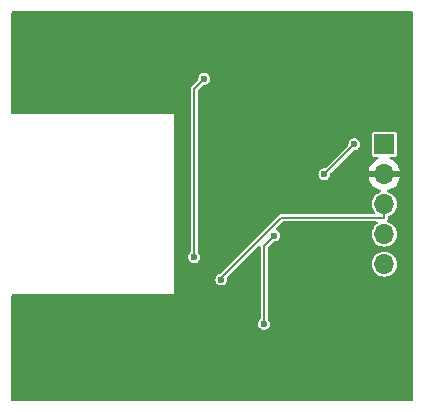
<source format=gbr>
%TF.GenerationSoftware,KiCad,Pcbnew,7.0.11+dfsg-1build4*%
%TF.CreationDate,2026-01-16T21:01:49-05:00*%
%TF.ProjectId,tps6103x,74707336-3130-4337-982e-6b696361645f,rev?*%
%TF.SameCoordinates,Original*%
%TF.FileFunction,Copper,L2,Bot*%
%TF.FilePolarity,Positive*%
%FSLAX46Y46*%
G04 Gerber Fmt 4.6, Leading zero omitted, Abs format (unit mm)*
G04 Created by KiCad (PCBNEW 7.0.11+dfsg-1build4) date 2026-01-16 21:01:49*
%MOMM*%
%LPD*%
G01*
G04 APERTURE LIST*
%TA.AperFunction,ComponentPad*%
%ADD10R,1.700000X1.700000*%
%TD*%
%TA.AperFunction,ComponentPad*%
%ADD11O,1.700000X1.700000*%
%TD*%
%TA.AperFunction,ViaPad*%
%ADD12C,0.600000*%
%TD*%
%TA.AperFunction,Conductor*%
%ADD13C,0.200000*%
%TD*%
G04 APERTURE END LIST*
D10*
%TO.P,J1,1,Pin_1*%
%TO.N,/VOUT*%
X132080000Y-111760000D03*
D11*
%TO.P,J1,2,Pin_2*%
%TO.N,GND*%
X132080000Y-114300000D03*
%TO.P,J1,3,Pin_3*%
%TO.N,/VIN*%
X132080000Y-116840000D03*
%TO.P,J1,4,Pin_4*%
%TO.N,/LBO*%
X132080000Y-119380000D03*
%TO.P,J1,5,Pin_5*%
%TO.N,/EN*%
X132080000Y-121920000D03*
%TD*%
D12*
%TO.N,Net-(U1-LBI)*%
X115988600Y-121320100D03*
X116840000Y-106227000D03*
%TO.N,Net-(U1-FB)*%
X122779300Y-119492600D03*
X121900500Y-126975000D03*
%TO.N,/VIN*%
X118291000Y-123217000D03*
%TO.N,/VOUT*%
X127000000Y-114300000D03*
X129540000Y-111760000D03*
%TD*%
D13*
%TO.N,Net-(U1-LBI)*%
X115988600Y-107078400D02*
X115988600Y-121320100D01*
X116840000Y-106227000D02*
X115988600Y-107078400D01*
%TO.N,Net-(U1-FB)*%
X121900500Y-126975000D02*
X121920000Y-126955500D01*
X121920000Y-120351900D02*
X122779300Y-119492600D01*
X121920000Y-126955500D02*
X121920000Y-120351900D01*
%TO.N,/VIN*%
X132080000Y-117991900D02*
X123357300Y-117991900D01*
X123357300Y-117991900D02*
X118291000Y-123058200D01*
X118291000Y-123058200D02*
X118291000Y-123217000D01*
X132080000Y-116840000D02*
X132080000Y-117991900D01*
%TO.N,/VOUT*%
X129540000Y-111760000D02*
X127000000Y-114300000D01*
%TD*%
%TA.AperFunction,Conductor*%
%TO.N,GND*%
G36*
X134442539Y-100520185D02*
G01*
X134488294Y-100572989D01*
X134499500Y-100624500D01*
X134499500Y-133375500D01*
X134479815Y-133442539D01*
X134427011Y-133488294D01*
X134375500Y-133499500D01*
X100624500Y-133499500D01*
X100557461Y-133479815D01*
X100511706Y-133427011D01*
X100500500Y-133375500D01*
X100500500Y-124584000D01*
X100520185Y-124516961D01*
X100572989Y-124471206D01*
X100624500Y-124460000D01*
X114300000Y-124460000D01*
X114300000Y-123217000D01*
X117785353Y-123217000D01*
X117805834Y-123359456D01*
X117865622Y-123490371D01*
X117865623Y-123490373D01*
X117959872Y-123599143D01*
X118080947Y-123676953D01*
X118080950Y-123676954D01*
X118080949Y-123676954D01*
X118219036Y-123717499D01*
X118219038Y-123717500D01*
X118219039Y-123717500D01*
X118362962Y-123717500D01*
X118362962Y-123717499D01*
X118501053Y-123676953D01*
X118622128Y-123599143D01*
X118716377Y-123490373D01*
X118776165Y-123359457D01*
X118796647Y-123217000D01*
X118776165Y-123074543D01*
X118776164Y-123074542D01*
X118775377Y-123069063D01*
X118785321Y-122999904D01*
X118810431Y-122963738D01*
X121407819Y-120366351D01*
X121469142Y-120332866D01*
X121538834Y-120337850D01*
X121594767Y-120379722D01*
X121619184Y-120445186D01*
X121619500Y-120454032D01*
X121619500Y-126492932D01*
X121599815Y-126559971D01*
X121574532Y-126585275D01*
X121576072Y-126587052D01*
X121569366Y-126592862D01*
X121475125Y-126701622D01*
X121475122Y-126701628D01*
X121415334Y-126832543D01*
X121394853Y-126975000D01*
X121415334Y-127117456D01*
X121475122Y-127248371D01*
X121475123Y-127248373D01*
X121569372Y-127357143D01*
X121690447Y-127434953D01*
X121690450Y-127434954D01*
X121690449Y-127434954D01*
X121828536Y-127475499D01*
X121828538Y-127475500D01*
X121828539Y-127475500D01*
X121972462Y-127475500D01*
X121972462Y-127475499D01*
X122110553Y-127434953D01*
X122231628Y-127357143D01*
X122325877Y-127248373D01*
X122385665Y-127117457D01*
X122406147Y-126975000D01*
X122385665Y-126832543D01*
X122325877Y-126701627D01*
X122325875Y-126701625D01*
X122325874Y-126701622D01*
X122250787Y-126614967D01*
X122221762Y-126551412D01*
X122220500Y-126533765D01*
X122220500Y-121920000D01*
X131024417Y-121920000D01*
X131044699Y-122125932D01*
X131044700Y-122125934D01*
X131104768Y-122323954D01*
X131202315Y-122506450D01*
X131202317Y-122506452D01*
X131333589Y-122666410D01*
X131430209Y-122745702D01*
X131493550Y-122797685D01*
X131676046Y-122895232D01*
X131874066Y-122955300D01*
X131874065Y-122955300D01*
X131892529Y-122957118D01*
X132080000Y-122975583D01*
X132285934Y-122955300D01*
X132483954Y-122895232D01*
X132666450Y-122797685D01*
X132826410Y-122666410D01*
X132957685Y-122506450D01*
X133055232Y-122323954D01*
X133115300Y-122125934D01*
X133135583Y-121920000D01*
X133115300Y-121714066D01*
X133055232Y-121516046D01*
X132957685Y-121333550D01*
X132905702Y-121270209D01*
X132826410Y-121173589D01*
X132666452Y-121042317D01*
X132666453Y-121042317D01*
X132666450Y-121042315D01*
X132483954Y-120944768D01*
X132285934Y-120884700D01*
X132285932Y-120884699D01*
X132285934Y-120884699D01*
X132080000Y-120864417D01*
X131874067Y-120884699D01*
X131676043Y-120944769D01*
X131565898Y-121003643D01*
X131493550Y-121042315D01*
X131493548Y-121042316D01*
X131493547Y-121042317D01*
X131333589Y-121173589D01*
X131202317Y-121333547D01*
X131104769Y-121516043D01*
X131044699Y-121714067D01*
X131024417Y-121920000D01*
X122220500Y-121920000D01*
X122220500Y-120527732D01*
X122240185Y-120460693D01*
X122256815Y-120440055D01*
X122667451Y-120029418D01*
X122728774Y-119995934D01*
X122755132Y-119993100D01*
X122851262Y-119993100D01*
X122851262Y-119993099D01*
X122989353Y-119952553D01*
X123110428Y-119874743D01*
X123204677Y-119765973D01*
X123264465Y-119635057D01*
X123284947Y-119492600D01*
X123264465Y-119350143D01*
X123204677Y-119219227D01*
X123110428Y-119110457D01*
X122989353Y-119032647D01*
X122989352Y-119032646D01*
X122989351Y-119032646D01*
X122981674Y-119029140D01*
X122928870Y-118983385D01*
X122909186Y-118916346D01*
X122928871Y-118849306D01*
X122945500Y-118828670D01*
X123445452Y-118328719D01*
X123506775Y-118295234D01*
X123533133Y-118292400D01*
X131402775Y-118292400D01*
X131469814Y-118312085D01*
X131515569Y-118364889D01*
X131525513Y-118434047D01*
X131496488Y-118497603D01*
X131481439Y-118512254D01*
X131333589Y-118633589D01*
X131202317Y-118793547D01*
X131202315Y-118793550D01*
X131172513Y-118849306D01*
X131104769Y-118976043D01*
X131044699Y-119174067D01*
X131024417Y-119380000D01*
X131044699Y-119585932D01*
X131044700Y-119585934D01*
X131104768Y-119783954D01*
X131202315Y-119966450D01*
X131202317Y-119966452D01*
X131333589Y-120126410D01*
X131380449Y-120164866D01*
X131493550Y-120257685D01*
X131676046Y-120355232D01*
X131874066Y-120415300D01*
X131874065Y-120415300D01*
X131892529Y-120417118D01*
X132080000Y-120435583D01*
X132285934Y-120415300D01*
X132483954Y-120355232D01*
X132666450Y-120257685D01*
X132826410Y-120126410D01*
X132957685Y-119966450D01*
X133055232Y-119783954D01*
X133115300Y-119585934D01*
X133135583Y-119380000D01*
X133115300Y-119174066D01*
X133055232Y-118976046D01*
X132957685Y-118793550D01*
X132905702Y-118730209D01*
X132826410Y-118633589D01*
X132708677Y-118536969D01*
X132666450Y-118502315D01*
X132483954Y-118404768D01*
X132379187Y-118372987D01*
X132320749Y-118334690D01*
X132292293Y-118270878D01*
X132302853Y-118201811D01*
X132323545Y-118170789D01*
X132339916Y-118152833D01*
X132339918Y-118152826D01*
X132344721Y-118145070D01*
X132349579Y-118136348D01*
X132353651Y-118128169D01*
X132353656Y-118128164D01*
X132363663Y-118092989D01*
X132367289Y-118082170D01*
X132380500Y-118048073D01*
X132380500Y-118048071D01*
X132380501Y-118048069D01*
X132382172Y-118039129D01*
X132383561Y-118029176D01*
X132384401Y-118020107D01*
X132381029Y-117983717D01*
X132380500Y-117972276D01*
X132380500Y-117938578D01*
X132400185Y-117871539D01*
X132452989Y-117825784D01*
X132468488Y-117819923D01*
X132483954Y-117815232D01*
X132666450Y-117717685D01*
X132826410Y-117586410D01*
X132957685Y-117426450D01*
X133055232Y-117243954D01*
X133115300Y-117045934D01*
X133135583Y-116840000D01*
X133115300Y-116634066D01*
X133055232Y-116436046D01*
X132957685Y-116253550D01*
X132905702Y-116190209D01*
X132826410Y-116093589D01*
X132666452Y-115962317D01*
X132666453Y-115962317D01*
X132666450Y-115962315D01*
X132483954Y-115864768D01*
X132417447Y-115844593D01*
X132359009Y-115806296D01*
X132330553Y-115742484D01*
X132341113Y-115673417D01*
X132387337Y-115621023D01*
X132421350Y-115606158D01*
X132543483Y-115573433D01*
X132543492Y-115573429D01*
X132757578Y-115473600D01*
X132951082Y-115338105D01*
X133118105Y-115171082D01*
X133253600Y-114977578D01*
X133353429Y-114763492D01*
X133353432Y-114763486D01*
X133410636Y-114550000D01*
X132513686Y-114550000D01*
X132539493Y-114509844D01*
X132580000Y-114371889D01*
X132580000Y-114228111D01*
X132539493Y-114090156D01*
X132513686Y-114050000D01*
X133410636Y-114050000D01*
X133410635Y-114049999D01*
X133353432Y-113836513D01*
X133353429Y-113836507D01*
X133253600Y-113622422D01*
X133253599Y-113622420D01*
X133118113Y-113428926D01*
X133118108Y-113428920D01*
X132951082Y-113261894D01*
X132757578Y-113126399D01*
X132587052Y-113046882D01*
X132534613Y-113000710D01*
X132515461Y-112933516D01*
X132535677Y-112866635D01*
X132588842Y-112821300D01*
X132639457Y-112810500D01*
X132949750Y-112810500D01*
X132949751Y-112810499D01*
X132964568Y-112807552D01*
X133008229Y-112798868D01*
X133008229Y-112798867D01*
X133008231Y-112798867D01*
X133074552Y-112754552D01*
X133118867Y-112688231D01*
X133118867Y-112688229D01*
X133118868Y-112688229D01*
X133130499Y-112629752D01*
X133130500Y-112629750D01*
X133130500Y-110890249D01*
X133130499Y-110890247D01*
X133118868Y-110831770D01*
X133118867Y-110831769D01*
X133074552Y-110765447D01*
X133008230Y-110721132D01*
X133008229Y-110721131D01*
X132949752Y-110709500D01*
X132949748Y-110709500D01*
X131210252Y-110709500D01*
X131210247Y-110709500D01*
X131151770Y-110721131D01*
X131151769Y-110721132D01*
X131085447Y-110765447D01*
X131041132Y-110831769D01*
X131041131Y-110831770D01*
X131029500Y-110890247D01*
X131029500Y-112629752D01*
X131041131Y-112688229D01*
X131041132Y-112688230D01*
X131085447Y-112754552D01*
X131151769Y-112798867D01*
X131151770Y-112798868D01*
X131210247Y-112810499D01*
X131210250Y-112810500D01*
X131520543Y-112810500D01*
X131587582Y-112830185D01*
X131633337Y-112882989D01*
X131643281Y-112952147D01*
X131614256Y-113015703D01*
X131572948Y-113046882D01*
X131402422Y-113126399D01*
X131402420Y-113126400D01*
X131208926Y-113261886D01*
X131208920Y-113261891D01*
X131041891Y-113428920D01*
X131041886Y-113428926D01*
X130906400Y-113622420D01*
X130906399Y-113622422D01*
X130806570Y-113836507D01*
X130806567Y-113836513D01*
X130749364Y-114049999D01*
X130749364Y-114050000D01*
X131646314Y-114050000D01*
X131620507Y-114090156D01*
X131580000Y-114228111D01*
X131580000Y-114371889D01*
X131620507Y-114509844D01*
X131646314Y-114550000D01*
X130749364Y-114550000D01*
X130806567Y-114763486D01*
X130806570Y-114763492D01*
X130906399Y-114977578D01*
X131041894Y-115171082D01*
X131208917Y-115338105D01*
X131402421Y-115473600D01*
X131616507Y-115573429D01*
X131616516Y-115573433D01*
X131738649Y-115606158D01*
X131798310Y-115642523D01*
X131828839Y-115705369D01*
X131820545Y-115774745D01*
X131776059Y-115828623D01*
X131742552Y-115844593D01*
X131676046Y-115864767D01*
X131545358Y-115934622D01*
X131493550Y-115962315D01*
X131493548Y-115962316D01*
X131493547Y-115962317D01*
X131333589Y-116093589D01*
X131202317Y-116253547D01*
X131104769Y-116436043D01*
X131044699Y-116634067D01*
X131024417Y-116840000D01*
X131044699Y-117045932D01*
X131044700Y-117045934D01*
X131104768Y-117243954D01*
X131202315Y-117426450D01*
X131202317Y-117426452D01*
X131253431Y-117488736D01*
X131280743Y-117553046D01*
X131268952Y-117621913D01*
X131221799Y-117673473D01*
X131157577Y-117691400D01*
X123424438Y-117691400D01*
X123407310Y-117690211D01*
X123399538Y-117689127D01*
X123399535Y-117689127D01*
X123359272Y-117690988D01*
X123353220Y-117691268D01*
X123347495Y-117691400D01*
X123329456Y-117691400D01*
X123329451Y-117691400D01*
X123324626Y-117691848D01*
X123313997Y-117693081D01*
X123287308Y-117694315D01*
X123280963Y-117697115D01*
X123253680Y-117705565D01*
X123246868Y-117706838D01*
X123246867Y-117706839D01*
X123224157Y-117720899D01*
X123208978Y-117728900D01*
X123184535Y-117739693D01*
X123179636Y-117744593D01*
X123157242Y-117762331D01*
X123151348Y-117765980D01*
X123135249Y-117787298D01*
X123123979Y-117800248D01*
X118225406Y-122698821D01*
X118172660Y-122730117D01*
X118080949Y-122757045D01*
X117959873Y-122834856D01*
X117865623Y-122943626D01*
X117865622Y-122943628D01*
X117805834Y-123074543D01*
X117785353Y-123217000D01*
X114300000Y-123217000D01*
X114300000Y-121320100D01*
X115482953Y-121320100D01*
X115503434Y-121462556D01*
X115527863Y-121516046D01*
X115563223Y-121593473D01*
X115657472Y-121702243D01*
X115778547Y-121780053D01*
X115778550Y-121780054D01*
X115778549Y-121780054D01*
X115916636Y-121820599D01*
X115916638Y-121820600D01*
X115916639Y-121820600D01*
X116060562Y-121820600D01*
X116060562Y-121820599D01*
X116198653Y-121780053D01*
X116319728Y-121702243D01*
X116413977Y-121593473D01*
X116473765Y-121462557D01*
X116494247Y-121320100D01*
X116473765Y-121177643D01*
X116413977Y-121046727D01*
X116413975Y-121046725D01*
X116413974Y-121046722D01*
X116319387Y-120937562D01*
X116290362Y-120874006D01*
X116289100Y-120856360D01*
X116289100Y-114300000D01*
X126494353Y-114300000D01*
X126514834Y-114442456D01*
X126545610Y-114509844D01*
X126574623Y-114573373D01*
X126668872Y-114682143D01*
X126789947Y-114759953D01*
X126789950Y-114759954D01*
X126789949Y-114759954D01*
X126874160Y-114784680D01*
X126926336Y-114800000D01*
X126928036Y-114800499D01*
X126928038Y-114800500D01*
X126928039Y-114800500D01*
X127071962Y-114800500D01*
X127071962Y-114800499D01*
X127210053Y-114759953D01*
X127331128Y-114682143D01*
X127425377Y-114573373D01*
X127485165Y-114442457D01*
X127505647Y-114300000D01*
X127504339Y-114290905D01*
X127514279Y-114221749D01*
X127539392Y-114185577D01*
X129428151Y-112296819D01*
X129489474Y-112263334D01*
X129515832Y-112260500D01*
X129611962Y-112260500D01*
X129611962Y-112260499D01*
X129750053Y-112219953D01*
X129871128Y-112142143D01*
X129965377Y-112033373D01*
X130025165Y-111902457D01*
X130045647Y-111760000D01*
X130025165Y-111617543D01*
X129965377Y-111486627D01*
X129871128Y-111377857D01*
X129750053Y-111300047D01*
X129750051Y-111300046D01*
X129750049Y-111300045D01*
X129750050Y-111300045D01*
X129611963Y-111259500D01*
X129611961Y-111259500D01*
X129468039Y-111259500D01*
X129468036Y-111259500D01*
X129329949Y-111300045D01*
X129208873Y-111377856D01*
X129114623Y-111486626D01*
X129114622Y-111486628D01*
X129054834Y-111617543D01*
X129034353Y-111760000D01*
X129035661Y-111769101D01*
X129025714Y-111838259D01*
X129000603Y-111874423D01*
X127111847Y-113763181D01*
X127050524Y-113796666D01*
X127024166Y-113799500D01*
X126928036Y-113799500D01*
X126789949Y-113840045D01*
X126668873Y-113917856D01*
X126574623Y-114026626D01*
X126574622Y-114026628D01*
X126514834Y-114157543D01*
X126494353Y-114300000D01*
X116289100Y-114300000D01*
X116289100Y-107254232D01*
X116308785Y-107187193D01*
X116325415Y-107166555D01*
X116728151Y-106763818D01*
X116789474Y-106730334D01*
X116815832Y-106727500D01*
X116911962Y-106727500D01*
X116911962Y-106727499D01*
X117050053Y-106686953D01*
X117171128Y-106609143D01*
X117265377Y-106500373D01*
X117325165Y-106369457D01*
X117345647Y-106227000D01*
X117325165Y-106084543D01*
X117265377Y-105953627D01*
X117171128Y-105844857D01*
X117050053Y-105767047D01*
X117050051Y-105767046D01*
X117050049Y-105767045D01*
X117050050Y-105767045D01*
X116911963Y-105726500D01*
X116911961Y-105726500D01*
X116768039Y-105726500D01*
X116768036Y-105726500D01*
X116629949Y-105767045D01*
X116508873Y-105844856D01*
X116414623Y-105953626D01*
X116414622Y-105953628D01*
X116354834Y-106084543D01*
X116334353Y-106227000D01*
X116334353Y-106227001D01*
X116335661Y-106236103D01*
X116325713Y-106305261D01*
X116300603Y-106341424D01*
X115823586Y-106818441D01*
X115810635Y-106829712D01*
X115804367Y-106834444D01*
X115773122Y-106868718D01*
X115769174Y-106872853D01*
X115756427Y-106885600D01*
X115753346Y-106889311D01*
X115746685Y-106897719D01*
X115728683Y-106917466D01*
X115728683Y-106917467D01*
X115726178Y-106923933D01*
X115712859Y-106949202D01*
X115708945Y-106954915D01*
X115708943Y-106954920D01*
X115702828Y-106980917D01*
X115697751Y-106997313D01*
X115688100Y-107022226D01*
X115688100Y-107029151D01*
X115684806Y-107057541D01*
X115683221Y-107064277D01*
X115683221Y-107064282D01*
X115686911Y-107090733D01*
X115688100Y-107107864D01*
X115688100Y-120856360D01*
X115668415Y-120923399D01*
X115657813Y-120937562D01*
X115563225Y-121046722D01*
X115563222Y-121046728D01*
X115503434Y-121177643D01*
X115482953Y-121320100D01*
X114300000Y-121320100D01*
X114300000Y-109220000D01*
X100624500Y-109220000D01*
X100557461Y-109200315D01*
X100511706Y-109147511D01*
X100500500Y-109096000D01*
X100500500Y-100624500D01*
X100520185Y-100557461D01*
X100572989Y-100511706D01*
X100624500Y-100500500D01*
X134375500Y-100500500D01*
X134442539Y-100520185D01*
G37*
%TD.AperFunction*%
%TD*%
M02*

</source>
